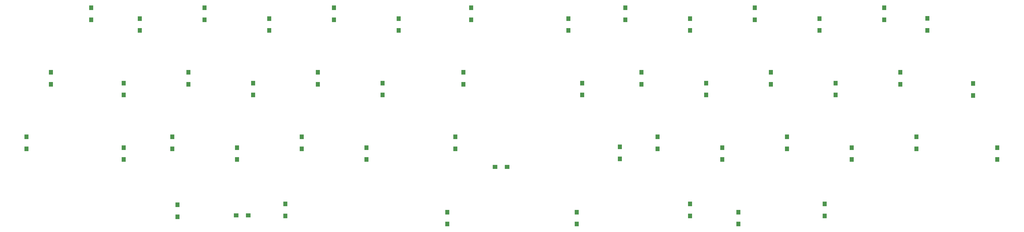
<source format=gbr>
%TF.GenerationSoftware,KiCad,Pcbnew,(7.0.0)*%
%TF.CreationDate,2024-02-27T23:11:23+01:00*%
%TF.ProjectId,NEC,4e45432e-6b69-4636-9164-5f7063625858,rev?*%
%TF.SameCoordinates,Original*%
%TF.FileFunction,Paste,Bot*%
%TF.FilePolarity,Positive*%
%FSLAX46Y46*%
G04 Gerber Fmt 4.6, Leading zero omitted, Abs format (unit mm)*
G04 Created by KiCad (PCBNEW (7.0.0)) date 2024-02-27 23:11:23*
%MOMM*%
%LPD*%
G01*
G04 APERTURE LIST*
%ADD10R,1.300000X1.400000*%
%ADD11R,1.400000X1.300000*%
G04 APERTURE END LIST*
D10*
%TO.C,D51*%
X255587499Y-92262499D03*
X255587499Y-88712499D03*
%TD*%
%TO.C,D50*%
X230187499Y-94643749D03*
X230187499Y-91093749D03*
%TD*%
%TO.C,D49*%
X215899999Y-92262499D03*
X215899999Y-88712499D03*
%TD*%
%TO.C,D48*%
X182562499Y-94643749D03*
X182562499Y-91093749D03*
%TD*%
%TO.C,D47*%
X144462499Y-94643749D03*
X144462499Y-91093749D03*
%TD*%
%TO.C,D46*%
X96837499Y-92262499D03*
X96837499Y-88712499D03*
%TD*%
D11*
%TO.C,D45*%
X82362499Y-92074999D03*
X85912499Y-92074999D03*
%TD*%
D10*
%TO.C,D44*%
X65087499Y-92449999D03*
X65087499Y-88899999D03*
%TD*%
%TO.C,D43*%
X306387499Y-75593749D03*
X306387499Y-72043749D03*
%TD*%
%TO.C,D42*%
X282574999Y-72418749D03*
X282574999Y-68868749D03*
%TD*%
%TO.C,D41*%
X263524999Y-75593749D03*
X263524999Y-72043749D03*
%TD*%
%TO.C,D40*%
X244474999Y-72418749D03*
X244474999Y-68868749D03*
%TD*%
%TO.C,D39*%
X225424999Y-75593749D03*
X225424999Y-72043749D03*
%TD*%
%TO.C,D38*%
X206374999Y-72418749D03*
X206374999Y-68868749D03*
%TD*%
%TO.C,D37*%
X195262499Y-75406249D03*
X195262499Y-71856249D03*
%TD*%
D11*
%TO.C,D36*%
X158562499Y-77787499D03*
X162112499Y-77787499D03*
%TD*%
D10*
%TO.C,D35*%
X146811999Y-72418749D03*
X146811999Y-68868749D03*
%TD*%
%TO.C,D34*%
X120649999Y-75593749D03*
X120649999Y-72043749D03*
%TD*%
%TO.C,D33*%
X101599999Y-72418749D03*
X101599999Y-68868749D03*
%TD*%
%TO.C,D32*%
X82549999Y-75593749D03*
X82549999Y-72043749D03*
%TD*%
%TO.C,D31*%
X63499999Y-72418749D03*
X63499999Y-68868749D03*
%TD*%
%TO.C,D30*%
X49212499Y-75593749D03*
X49212499Y-72043749D03*
%TD*%
%TO.C,D29*%
X20637499Y-72418749D03*
X20637499Y-68868749D03*
%TD*%
%TO.C,D28*%
X299211999Y-56670749D03*
X299211999Y-53120749D03*
%TD*%
%TO.C,D27*%
X277812499Y-53368749D03*
X277812499Y-49818749D03*
%TD*%
%TO.C,D26*%
X258762499Y-56543749D03*
X258762499Y-52993749D03*
%TD*%
%TO.C,D25*%
X239712499Y-53368749D03*
X239712499Y-49818749D03*
%TD*%
%TO.C,D24*%
X220662499Y-56543749D03*
X220662499Y-52993749D03*
%TD*%
%TO.C,D23*%
X201612499Y-53368749D03*
X201612499Y-49818749D03*
%TD*%
%TO.C,D22*%
X184149999Y-56543749D03*
X184149999Y-52993749D03*
%TD*%
%TO.C,D21*%
X149224999Y-53368749D03*
X149224999Y-49818749D03*
%TD*%
%TO.C,D20*%
X125412499Y-56543749D03*
X125412499Y-52993749D03*
%TD*%
%TO.C,D19*%
X106362499Y-53368749D03*
X106362499Y-49818749D03*
%TD*%
%TO.C,D18*%
X87312499Y-56543749D03*
X87312499Y-52993749D03*
%TD*%
%TO.C,D17*%
X68262499Y-53368749D03*
X68262499Y-49818749D03*
%TD*%
%TO.C,D16*%
X49212499Y-56543749D03*
X49212499Y-52993749D03*
%TD*%
%TO.C,D15*%
X27812999Y-53368749D03*
X27812999Y-49818749D03*
%TD*%
%TO.C,D14*%
X285749999Y-37430249D03*
X285749999Y-33880249D03*
%TD*%
%TO.C,D13*%
X273049999Y-34318749D03*
X273049999Y-30768749D03*
%TD*%
%TO.C,D12*%
X253999999Y-37493749D03*
X253999999Y-33943749D03*
%TD*%
%TO.C,D11*%
X234949999Y-34318749D03*
X234949999Y-30768749D03*
%TD*%
%TO.C,D10*%
X215899999Y-37493749D03*
X215899999Y-33943749D03*
%TD*%
%TO.C,D9*%
X196849999Y-34318749D03*
X196849999Y-30768749D03*
%TD*%
%TO.C,D8*%
X180085999Y-37493749D03*
X180085999Y-33943749D03*
%TD*%
%TO.C,D7*%
X151510999Y-34318749D03*
X151510999Y-30768749D03*
%TD*%
%TO.C,D6*%
X130174999Y-37493749D03*
X130174999Y-33943749D03*
%TD*%
%TO.C,D5*%
X111124999Y-34318749D03*
X111124999Y-30768749D03*
%TD*%
%TO.C,D4*%
X92074999Y-37493749D03*
X92074999Y-33943749D03*
%TD*%
%TO.C,D3*%
X73024999Y-34318749D03*
X73024999Y-30768749D03*
%TD*%
%TO.C,D2*%
X53974999Y-37493749D03*
X53974999Y-33943749D03*
%TD*%
%TO.C,D1*%
X39687499Y-34318749D03*
X39687499Y-30768749D03*
%TD*%
M02*

</source>
